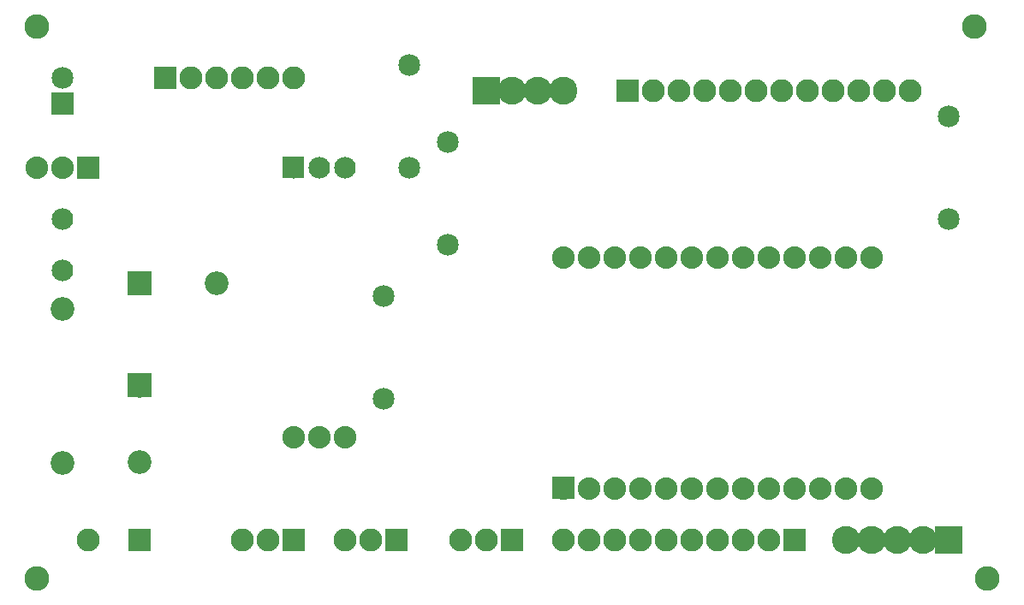
<source format=gbs>
G04 MADE WITH FRITZING*
G04 WWW.FRITZING.ORG*
G04 DOUBLE SIDED*
G04 HOLES PLATED*
G04 CONTOUR ON CENTER OF CONTOUR VECTOR*
%ASAXBY*%
%FSLAX23Y23*%
%MOIN*%
%OFA0B0*%
%SFA1.0B1.0*%
%ADD10C,0.084000*%
%ADD11C,0.085433*%
%ADD12C,0.088000*%
%ADD13C,0.096614*%
%ADD14C,0.085000*%
%ADD15C,0.092000*%
%ADD16C,0.089370*%
%ADD17C,0.109055*%
%ADD18R,0.088000X0.088000*%
%ADD19R,0.085000X0.085000*%
%ADD20R,0.092000X0.092000*%
%ADD21R,0.089370X0.089370*%
%ADD22R,0.109055X0.109055*%
%ADD23R,0.001000X0.001000*%
%LNMASK0*%
G90*
G70*
G54D10*
X1134Y1714D03*
X1234Y1714D03*
X1334Y1714D03*
X234Y1514D03*
X234Y1314D03*
G54D11*
X3834Y114D03*
G54D12*
X334Y1714D03*
X234Y1714D03*
X134Y1714D03*
G54D13*
X3784Y2264D03*
X3834Y114D03*
X134Y2264D03*
X134Y114D03*
G54D12*
X1134Y664D03*
X1234Y664D03*
X1334Y664D03*
X2184Y464D03*
X2184Y1364D03*
X2284Y464D03*
X2284Y1364D03*
X2384Y464D03*
X2384Y1364D03*
X2484Y464D03*
X2484Y1364D03*
X2584Y464D03*
X2584Y1364D03*
X2684Y464D03*
X2684Y1364D03*
X2784Y464D03*
X2784Y1364D03*
X2884Y464D03*
X2884Y1364D03*
X2984Y464D03*
X2984Y1364D03*
X3084Y464D03*
X3084Y1364D03*
X3184Y464D03*
X3184Y1364D03*
X3284Y464D03*
X3284Y1364D03*
X3384Y464D03*
X3384Y1364D03*
G54D14*
X234Y1964D03*
X234Y2064D03*
G54D15*
X534Y864D03*
X534Y566D03*
X234Y564D03*
X234Y1164D03*
X534Y1264D03*
X834Y1264D03*
G54D14*
X1584Y2114D03*
X1584Y1714D03*
X3684Y1914D03*
X3684Y1514D03*
X1734Y1814D03*
X1734Y1414D03*
X1484Y1214D03*
X1484Y814D03*
G54D16*
X3084Y264D03*
X2984Y264D03*
X2884Y264D03*
X2784Y264D03*
X2684Y264D03*
X2584Y264D03*
X2484Y264D03*
X2384Y264D03*
X2284Y264D03*
X2184Y264D03*
G54D17*
X3684Y264D03*
X3584Y264D03*
X3484Y264D03*
X3384Y264D03*
X3284Y264D03*
G54D16*
X1984Y264D03*
X1884Y264D03*
X1784Y264D03*
X1134Y264D03*
X1034Y264D03*
X934Y264D03*
X1534Y264D03*
X1434Y264D03*
X1334Y264D03*
X2434Y2014D03*
X2534Y2014D03*
X2634Y2014D03*
X2734Y2014D03*
X2834Y2014D03*
X2934Y2014D03*
X3034Y2014D03*
X3134Y2014D03*
X3234Y2014D03*
X3334Y2014D03*
X3434Y2014D03*
X3534Y2014D03*
G54D17*
X1884Y2014D03*
X1984Y2014D03*
X2084Y2014D03*
X2184Y2014D03*
G54D16*
X634Y2064D03*
X734Y2064D03*
X834Y2064D03*
X934Y2064D03*
X1034Y2064D03*
X1134Y2064D03*
X534Y264D03*
X334Y264D03*
G54D18*
X334Y1714D03*
X2185Y465D03*
G54D19*
X234Y1964D03*
G54D20*
X534Y865D03*
X534Y1264D03*
G54D21*
X3084Y264D03*
G54D22*
X3684Y264D03*
G54D21*
X1984Y264D03*
X1134Y264D03*
X1534Y264D03*
X2434Y2014D03*
G54D22*
X1884Y2014D03*
G54D21*
X634Y2064D03*
X534Y264D03*
G54D23*
X1092Y1757D02*
X1175Y1757D01*
X1092Y1756D02*
X1175Y1756D01*
X1092Y1755D02*
X1175Y1755D01*
X1092Y1754D02*
X1175Y1754D01*
X1092Y1753D02*
X1175Y1753D01*
X1092Y1752D02*
X1175Y1752D01*
X1092Y1751D02*
X1175Y1751D01*
X1092Y1750D02*
X1175Y1750D01*
X1092Y1749D02*
X1175Y1749D01*
X1092Y1748D02*
X1175Y1748D01*
X1092Y1747D02*
X1175Y1747D01*
X1092Y1746D02*
X1175Y1746D01*
X1092Y1745D02*
X1175Y1745D01*
X1092Y1744D02*
X1175Y1744D01*
X1092Y1743D02*
X1175Y1743D01*
X1092Y1742D02*
X1175Y1742D01*
X1092Y1741D02*
X1175Y1741D01*
X1092Y1740D02*
X1175Y1740D01*
X1092Y1739D02*
X1175Y1739D01*
X1092Y1738D02*
X1175Y1738D01*
X1092Y1737D02*
X1175Y1737D01*
X1092Y1736D02*
X1175Y1736D01*
X1092Y1735D02*
X1175Y1735D01*
X1092Y1734D02*
X1175Y1734D01*
X1092Y1733D02*
X1175Y1733D01*
X1092Y1732D02*
X1175Y1732D01*
X1092Y1731D02*
X1175Y1731D01*
X1092Y1730D02*
X1175Y1730D01*
X1092Y1729D02*
X1128Y1729D01*
X1139Y1729D02*
X1175Y1729D01*
X1092Y1728D02*
X1126Y1728D01*
X1141Y1728D02*
X1175Y1728D01*
X1092Y1727D02*
X1125Y1727D01*
X1143Y1727D02*
X1175Y1727D01*
X1092Y1726D02*
X1123Y1726D01*
X1144Y1726D02*
X1175Y1726D01*
X1092Y1725D02*
X1122Y1725D01*
X1145Y1725D02*
X1175Y1725D01*
X1092Y1724D02*
X1121Y1724D01*
X1146Y1724D02*
X1175Y1724D01*
X1092Y1723D02*
X1121Y1723D01*
X1147Y1723D02*
X1175Y1723D01*
X1092Y1722D02*
X1120Y1722D01*
X1147Y1722D02*
X1175Y1722D01*
X1092Y1721D02*
X1120Y1721D01*
X1148Y1721D02*
X1175Y1721D01*
X1092Y1720D02*
X1119Y1720D01*
X1148Y1720D02*
X1175Y1720D01*
X1092Y1719D02*
X1119Y1719D01*
X1148Y1719D02*
X1175Y1719D01*
X1092Y1718D02*
X1119Y1718D01*
X1149Y1718D02*
X1175Y1718D01*
X1092Y1717D02*
X1119Y1717D01*
X1149Y1717D02*
X1175Y1717D01*
X1092Y1716D02*
X1119Y1716D01*
X1149Y1716D02*
X1175Y1716D01*
X1092Y1715D02*
X1118Y1715D01*
X1149Y1715D02*
X1175Y1715D01*
X1092Y1714D02*
X1119Y1714D01*
X1149Y1714D02*
X1175Y1714D01*
X1092Y1713D02*
X1119Y1713D01*
X1149Y1713D02*
X1175Y1713D01*
X1092Y1712D02*
X1119Y1712D01*
X1149Y1712D02*
X1175Y1712D01*
X1092Y1711D02*
X1119Y1711D01*
X1148Y1711D02*
X1175Y1711D01*
X1092Y1710D02*
X1119Y1710D01*
X1148Y1710D02*
X1175Y1710D01*
X1092Y1709D02*
X1120Y1709D01*
X1148Y1709D02*
X1175Y1709D01*
X1092Y1708D02*
X1120Y1708D01*
X1147Y1708D02*
X1175Y1708D01*
X1092Y1707D02*
X1121Y1707D01*
X1146Y1707D02*
X1175Y1707D01*
X1092Y1706D02*
X1122Y1706D01*
X1146Y1706D02*
X1175Y1706D01*
X1092Y1705D02*
X1122Y1705D01*
X1145Y1705D02*
X1175Y1705D01*
X1092Y1704D02*
X1124Y1704D01*
X1144Y1704D02*
X1175Y1704D01*
X1092Y1703D02*
X1125Y1703D01*
X1142Y1703D02*
X1175Y1703D01*
X1092Y1702D02*
X1126Y1702D01*
X1141Y1702D02*
X1175Y1702D01*
X1092Y1701D02*
X1129Y1701D01*
X1138Y1701D02*
X1175Y1701D01*
X1092Y1700D02*
X1175Y1700D01*
X1092Y1699D02*
X1175Y1699D01*
X1092Y1698D02*
X1175Y1698D01*
X1092Y1697D02*
X1175Y1697D01*
X1092Y1696D02*
X1175Y1696D01*
X1092Y1695D02*
X1175Y1695D01*
X1092Y1694D02*
X1175Y1694D01*
X1092Y1693D02*
X1175Y1693D01*
X1092Y1692D02*
X1175Y1692D01*
X1092Y1691D02*
X1175Y1691D01*
X1092Y1690D02*
X1175Y1690D01*
X1092Y1689D02*
X1175Y1689D01*
X1092Y1688D02*
X1175Y1688D01*
X1092Y1687D02*
X1175Y1687D01*
X1092Y1686D02*
X1175Y1686D01*
X1092Y1685D02*
X1175Y1685D01*
X1092Y1684D02*
X1175Y1684D01*
X1092Y1683D02*
X1175Y1683D01*
X1092Y1682D02*
X1175Y1682D01*
X1092Y1681D02*
X1175Y1681D01*
X1092Y1680D02*
X1175Y1680D01*
X1092Y1679D02*
X1175Y1679D01*
X1092Y1678D02*
X1175Y1678D01*
X1092Y1677D02*
X1175Y1677D01*
X1092Y1676D02*
X1175Y1676D01*
X1092Y1675D02*
X1175Y1675D01*
X1092Y1674D02*
X1175Y1674D01*
D02*
G04 End of Mask0*
M02*
</source>
